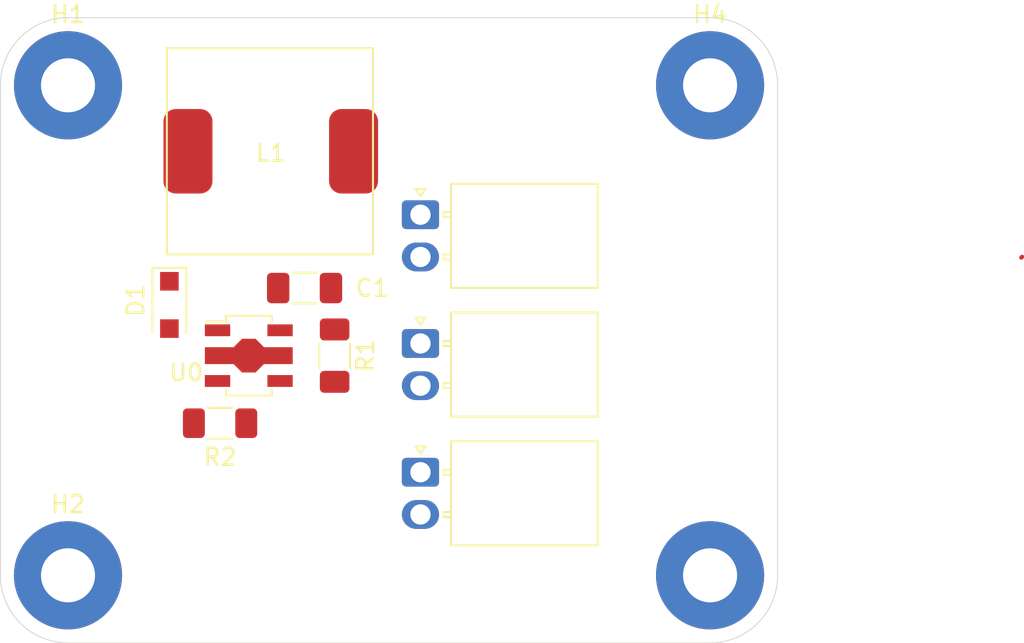
<source format=kicad_pcb>
(kicad_pcb (version 20211014) (generator pcbnew)
  (layers (0 "F.Cu" signal) (31 "B.Cu" power) (34 "B.Paste" user) (35 "F.Paste" user) (36 "B.SilkS" user "B.Silkscreen") (37 "F.SilkS" user "F.Silkscreen") (38 "B.Mask" user) (39 "F.Mask" user) (44 "Edge.Cuts" user))
  (net 0 "")
  (net 1 "+5V")
  (net 2 "GND")
  (net 3 "Net-(D1-Pad2)")
  (net 4 "Net-(J3-Pad1)")
  (net 5 "Net-(J3-Pad2)")
  (net 6 "Net-(J2-Pad1)")
  (footprint "Diode_SMD:D_SOD-123F" (layer "F.Cu") (at 135 79 -90)
    (fp_text reference "D1" (at -0.275 2 90) (layer "F.SilkS"))
    (fp_text value "D_Schottky" hide)
    (fp_line (start -2.2 -1) (end 1.65 -1) (layer "F.SilkS") (width 0.12))
    (fp_line (start -2.2 1) (end 1.65 1) (layer "F.SilkS") (width 0.12))
    (fp_line (start -2.2 -1) (end -2.2 1) (layer "F.SilkS") (width 0.12))
    (pad "1" smd rect (at -1.4 0 270) (size 1.1 1.1) (layers "F.Cu" "F.Paste" "F.Mask") (net 1 "+5V"))
    (pad "2" smd rect (at 1.4 0 270) (size 1.1 1.1) (layers "F.Cu" "F.Paste" "F.Mask") (net 3 "Net-(D1-Pad2)"))
  )
  (footprint "Capacitor_SMD:C_1206_3216Metric_Pad1.33x1.80mm_HandSolder" (layer "F.Cu") (at 143 78 180)
    (fp_text reference "C1" (at -4 0) (layer "F.SilkS"))
    (fp_text value "10uF" hide)
    (fp_line (start -0.711252 0.91) (end 0.711252 0.91) (layer "F.SilkS") (width 0.12))
    (fp_line (start -0.711252 -0.91) (end 0.711252 -0.91) (layer "F.SilkS") (width 0.12))
    (pad "1" smd roundrect (at -1.5625 0 180) (size 1.325 1.8) (layers "F.Cu" "F.Paste" "F.Mask") (roundrect_rratio 0.188679) (net 1 "+5V"))
    (pad "2" smd roundrect (at 1.5625 0 180) (size 1.325 1.8) (layers "F.Cu" "F.Paste" "F.Mask") (roundrect_rratio 0.188679) (net 2 "GND"))
  )
  (footprint "MountingHole:MountingHole_3.2mm_M3_Pad" (layer "F.Cu") (at 129 95)
    (fp_text reference "H2" (at 0 -4.2) (layer "F.SilkS"))
    (fp_text value "MountingHole_Pad" hide)
    (pad "1" thru_hole circle locked (at 0 0) (size 6.4 6.4) (drill 3.2) (layers *.Cu *.Mask) (net 2 "GND"))
  )
  (footprint "Connector_Molex:Molex_Nano-Fit_105313-xx02_1x02_P2.50mm_Horizontal" (layer "F.Cu") (at 149.86 81.28)
    (fp_text reference "J3" hide)
    (fp_text value "LASER")
    (fp_line (start 1.81 -0.15) (end 1.36 -0.15) (layer "F.SilkS") (width 0.12))
    (fp_line (start 10.49 -1.83) (end 1.81 -1.83) (layer "F.SilkS") (width 0.12))
    (fp_line (start 1.36 0.15) (end 1.81 0.15) (layer "F.SilkS") (width 0.12))
    (fp_line (start 1.81 4.33) (end 10.49 4.33) (layer "F.SilkS") (width 0.12))
    (fp_line (start 1.81 0.15) (end 1.81 -0.15) (layer "F.SilkS") (width 0.12))
    (fp_line (start 1.36 -0.15) (end 1.36 0.15) (layer "F.SilkS") (width 0.12))
    (fp_line (start 0 -1.11) (end 0.3 -1.534264) (layer "F.SilkS") (width 0.12))
    (fp_line (start -0.3 -1.534264) (end 0 -1.11) (layer "F.SilkS") (width 0.12))
    (fp_line (start 0.3 -1.534264) (end -0.3 -1.534264) (layer "F.SilkS") (width 0.12))
    (fp_line (start 1.81 -1.83) (end 1.81 4.33) (layer "F.SilkS") (width 0.12))
    (fp_line (start 10.49 4.33) (end 10.49 -1.83) (layer "F.SilkS") (width 0.12))
    (fp_line (start 1.36 2.35) (end 1.36 2.65) (layer "F.SilkS") (width 0.12))
    (fp_line (start 1.81 2.35) (end 1.36 2.35) (layer "F.SilkS") (width 0.12))
    (fp_line (start 1.36 2.65) (end 1.81 2.65) (layer "F.SilkS") (width 0.12))
    (fp_line (start 1.81 2.65) (end 1.81 2.35) (layer "F.SilkS") (width 0.12))
    (pad "" np_thru_hole circle (at 7.18 0) (size 1.7 1.7) (drill 1.7) (layers *.Cu *.Mask))
    (pad "" np_thru_hole circle (at 7.18 2.5) (size 1.7 1.7) (drill 1.7) (layers *.Cu *.Mask))
    (pad "1" thru_hole roundrect (at 0 0) (size 2.2 1.7) (drill 1.2) (layers *.Cu *.Mask) (roundrect_rratio 0.147059) (net 4 "Net-(J3-Pad1)"))
    (pad "2" thru_hole oval (at 0 2.5) (size 2.2 1.7) (drill 1.2) (layers *.Cu *.Mask) (net 5 "Net-(J3-Pad2)"))
  )
  (footprint "Resistor_SMD:R_1206_3216Metric_Pad1.30x1.75mm_HandSolder" (layer "F.Cu") (at 144.78 82 -90)
    (fp_text reference "R1" (at 0 -1.82 90) (layer "F.SilkS"))
    (fp_text value "1.4R" hide)
    (fp_line (start -0.727064 -0.91) (end 0.727064 -0.91) (layer "F.SilkS") (width 0.12))
    (fp_line (start -0.727064 0.91) (end 0.727064 0.91) (layer "F.SilkS") (width 0.12))
    (pad "1" smd roundrect (at -1.55 0 270) (size 1.3 1.75) (layers "F.Cu" "F.Paste" "F.Mask") (roundrect_rratio 0.192308) (net 1 "+5V"))
    (pad "2" smd roundrect (at 1.55 0 270) (size 1.3 1.75) (layers "F.Cu" "F.Paste" "F.Mask") (roundrect_rratio 0.192308) (net 5 "Net-(J3-Pad2)"))
  )
  (footprint "Custom:4800S" (layer "F.Cu") (at 147.05 76.005)
    (fp_text reference "L1" (at -6.05 -6.005 unlocked) (layer "F.SilkS"))
    (fp_text value "33uH" hide)
    (fp_rect (start -12.2 -12.2) (end 0 0) (layer "F.SilkS") (width 0.12) (fill none))
    (pad "1" smd roundrect (at -1.15 -6.1) (size 2.9 5) (layers "F.Cu" "F.Paste" "F.Mask") (net 4 "Net-(J3-Pad1)"))
    (pad "2" smd roundrect (at -10.95 -6.1) (size 2.9 5) (layers "F.Cu" "F.Paste" "F.Mask") (net 3 "Net-(D1-Pad2)"))
  )
  (footprint "Connector_Molex:Molex_Nano-Fit_105313-xx02_1x02_P2.50mm_Horizontal" (layer "F.Cu") (at 149.86 88.9)
    (fp_text reference "J2" hide)
    (fp_text value "CONTROL")
    (fp_line (start 1.81 2.65) (end 1.81 2.35) (layer "F.SilkS") (width 0.12))
    (fp_line (start 1.81 4.33) (end 10.49 4.33) (layer "F.SilkS") (width 0.12))
    (fp_line (start 0 -1.11) (end 0.3 -1.534264) (layer "F.SilkS") (width 0.12))
    (fp_line (start 1.36 -0.15) (end 1.36 0.15) (layer "F.SilkS") (width 0.12))
    (fp_line (start -0.3 -1.534264) (end 0 -1.11) (layer "F.SilkS") (width 0.12))
    (fp_line (start 10.49 4.33) (end 10.49 -1.83) (layer "F.SilkS") (width 0.12))
    (fp_line (start 10.49 -1.83) (end 1.81 -1.83) (layer "F.SilkS") (width 0.12))
    (fp_line (start 1.81 2.35) (end 1.36 2.35) (layer "F.SilkS") (width 0.12))
    (fp_line (start 1.36 0.15) (end 1.81 0.15) (layer "F.SilkS") (width 0.12))
    (fp_line (start 1.81 0.15) (end 1.81 -0.15) (layer "F.SilkS") (width 0.12))
    (fp_line (start 1.36 2.35) (end 1.36 2.65) (layer "F.SilkS") (width 0.12))
    (fp_line (start 1.36 2.65) (end 1.81 2.65) (layer "F.SilkS") (width 0.12))
    (fp_line (start 1.81 -1.83) (end 1.81 4.33) (layer "F.SilkS") (width 0.12))
    (fp_line (start 0.3 -1.534264) (end -0.3 -1.534264) (layer "F.SilkS") (width 0.12))
    (fp_line (start 1.81 -0.15) (end 1.36 -0.15) (layer "F.SilkS") (width 0.12))
    (pad "" np_thru_hole circle (at 7.18 2.5) (size 1.7 1.7) (drill 1.7) (layers *.Cu *.Mask))
    (pad "" np_thru_hole circle (at 7.18 0) (size 1.7 1.7) (drill 1.7) (layers *.Cu *.Mask))
    (pad "1" thru_hole roundrect (at 0 0) (size 2.2 1.7) (drill 1.2) (layers *.Cu *.Mask) (roundrect_rratio 0.147059) (net 6 "Net-(J2-Pad1)"))
    (pad "2" thru_hole oval (at 0 2.5) (size 2.2 1.7) (drill 1.2) (layers *.Cu *.Mask) (net 2 "GND"))
  )
  (footprint "Package_TO_SOT_SMD:SOT-89-5" (layer "F.Cu") (at 139.7 82)
    (fp_text reference "U0" (at -3.7 1) (layer "F.SilkS"))
    (fp_text value "AL8861Y-13" hide)
    (fp_line (start 1.36 2.36) (end -1.36 2.36) (layer "F.SilkS") (width 0.12))
    (fp_line (start -1.36 2.36) (end -1.36 2.03) (layer "F.SilkS") (width 0.12))
    (fp_line (start 1.36 2.03) (end 1.36 2.36) (layer "F.SilkS") (width 0.12))
    (fp_line (start 1.36 -2.36) (end 1.36 -2.03) (layer "F.SilkS") (width 0.12))
    (fp_line (start -2.54 -2.03) (end -1.36 -2.03) (layer "F.SilkS") (width 0.12))
    (fp_line (start -1.36 -2.36) (end 1.36 -2.36) (layer "F.SilkS") (width 0.12))
    (fp_line (start -1.36 -2.36) (end -1.36 -2.03) (layer "F.SilkS") (width 0.12))
    (pad "1" smd rect (at -1.85 -1.5) (size 1.5 0.7) (layers "F.Cu" "F.Paste" "F.Mask") (net 3 "Net-(D1-Pad2)"))
    (pad "2" smd custom (at 0 0) (size 0.8 2) (layers "F.Cu" "F.Paste" "F.Mask") (net 2 "GND") (options (clearance outline) (anchor rect)) (primitives (gr_poly (pts (xy 0.9 -0.5) (xy 2.6 -0.5) (xy 2.6 0.5) (xy 0.9 0.5) (xy 0.4 1) (xy -0.4 1) (xy -0.9 0.5) (xy -2.6 0.5) (xy -2.6 -0.5) (xy -0.9 -0.5) (xy -0.4 -1) (xy 0.4 -1)) (width 0) (fill yes))))
    (pad "3" smd rect (at -1.85 1.5) (size 1.5 0.7) (layers "F.Cu" "F.Paste" "F.Mask") (net 6 "Net-(J2-Pad1)"))
    (pad "4" smd rect (at 1.85 1.5) (size 1.5 0.7) (layers "F.Cu" "F.Paste" "F.Mask") (net 5 "Net-(J3-Pad2)"))
    (pad "5" smd rect (at 1.85 -1.5) (size 1.5 0.7) (layers "F.Cu" "F.Paste" "F.Mask") (net 1 "+5V"))
  )
  (footprint "MountingHole:MountingHole_3.2mm_M3_Pad" (layer "F.Cu") (at 167 95)
    (fp_text reference "H3" hide)
    (fp_text value "MountingHole_Pad" hide)
    (pad "1" thru_hole circle (at 0 0) (size 6.4 6.4) (drill 3.2) (layers *.Cu *.Mask) (net 2 "GND"))
  )
  (footprint "Resistor_SMD:R_1206_3216Metric_Pad1.30x1.75mm_HandSolder" (layer "F.Cu") (at 138 86)
    (fp_text reference "R2" (at 0 2) (layer "F.SilkS"))
    (fp_text value "10K" hide)
    (fp_line (start -0.727064 0.91) (end 0.727064 0.91) (layer "F.SilkS") (width 0.12))
    (fp_line (start -0.727064 -0.91) (end 0.727064 -0.91) (layer "F.SilkS") (width 0.12))
    (pad "1" smd roundrect (at -1.55 0) (size 1.3 1.75) (layers "F.Cu" "F.Paste" "F.Mask") (roundrect_rratio 0.192308) (net 6 "Net-(J2-Pad1)"))
    (pad "2" smd roundrect (at 1.55 0) (size 1.3 1.75) (layers "F.Cu" "F.Paste" "F.Mask") (roundrect_rratio 0.192308) (net 2 "GND"))
  )
  (footprint "MountingHole:MountingHole_3.2mm_M3_Pad" (layer "F.Cu") (at 167 66)
    (fp_text reference "H4" (at 0 -4.2) (layer "F.SilkS"))
    (fp_text value "MountingHole_Pad" hide)
    (pad "1" thru_hole circle (at 0 0) (size 6.4 6.4) (drill 3.2) (layers *.Cu *.Mask) (net 2 "GND"))
  )
  (footprint "MountingHole:MountingHole_3.2mm_M3_Pad" (layer "F.Cu") (at 129 66)
    (fp_text reference "H1" (at 0 -4.2) (layer "F.SilkS"))
    (fp_text value "MountingHole_Pad" hide)
    (pad "1" thru_hole circle (at 0 0) (size 6.4 6.4) (drill 3.2) (layers *.Cu *.Mask) (net 2 "GND"))
  )
  (footprint "Connector_Molex:Molex_Nano-Fit_105313-xx02_1x02_P2.50mm_Horizontal" (layer "F.Cu") (at 149.86 73.66)
    (fp_text reference "J1" hide)
    (fp_text value "POWER")
    (fp_line (start 1.81 2.65) (end 1.81 2.35) (layer "F.SilkS") (width 0.12))
    (fp_line (start 1.36 0.15) (end 1.81 0.15) (layer "F.SilkS") (width 0.12))
    (fp_line (start 1.81 4.33) (end 10.49 4.33) (layer "F.SilkS") (width 0.12))
    (fp_line (start 10.49 -1.83) (end 1.81 -1.83) (layer "F.SilkS") (width 0.12))
    (fp_line (start 1.81 0.15) (end 1.81 -0.15) (layer "F.SilkS") (width 0.12))
    (fp_line (start 10.49 4.33) (end 10.49 -1.83) (layer "F.SilkS") (width 0.12))
    (fp_line (start 1.36 -0.15) (end 1.36 0.15) (layer "F.SilkS") (width 0.12))
    (fp_line (start 1.81 2.35) (end 1.36 2.35) (layer "F.SilkS") (width 0.12))
    (fp_line (start 0 -1.11) (end 0.3 -1.534264) (layer "F.SilkS") (width 0.12))
    (fp_line (start 1.81 -0.15) (end 1.36 -0.15) (layer "F.SilkS") (width 0.12))
    (fp_line (start 1.36 2.65) (end 1.81 2.65) (layer "F.SilkS") (width 0.12))
    (fp_line (start -0.3 -1.534264) (end 0 -1.11) (layer "F.SilkS") (width 0.12))
    (fp_line (start 1.36 2.35) (end 1.36 2.65) (layer "F.SilkS") (width 0.12))
    (fp_line (start 0.3 -1.534264) (end -0.3 -1.534264) (layer "F.SilkS") (width 0.12))
    (fp_line (start 1.81 -1.83) (end 1.81 4.33) (layer "F.SilkS") (width 0.12))
    (pad "" np_thru_hole circle (at 7.18 2.5) (size 1.7 1.7) (drill 1.7) (layers *.Cu *.Mask))
    (pad "" np_thru_hole circle (at 7.18 0) (size 1.7 1.7) (drill 1.7) (layers *.Cu *.Mask))
    (pad "1" thru_hole roundrect (at 0 0) (size 2.2 1.7) (drill 1.2) (layers *.Cu *.Mask) (roundrect_rratio 0.147059) (net 1 "+5V"))
    (pad "2" thru_hole oval (at 0 2.5) (size 2.2 1.7) (drill 1.2) (layers *.Cu *.Mask) (net 2 "GND"))
  )
  (gr_line (start 125 66) (end 125 95) (layer "Edge.Cuts") (width 0.05))
  (gr_line (start 167 62) (end 129 62) (layer "Edge.Cuts") (width 0.05))
  (gr_arc (start 129 99) (mid 126.171573 97.828427) (end 125 95) (layer "Edge.Cuts") (width 0.05))
  (gr_arc (start 125 66) (mid 126.171573 63.171573) (end 129 62) (layer "Edge.Cuts") (width 0.05))
  (gr_arc (start 171 95) (mid 169.828427 97.828427) (end 167 99) (layer "Edge.Cuts") (width 0.05))
  (gr_arc (start 167 62) (mid 169.828427 63.171573) (end 171 66) (layer "Edge.Cuts") (width 0.05))
  (gr_line (start 171 95) (end 171 66) (layer "Edge.Cuts") (width 0.05))
  (gr_line (start 129 99) (end 167 99) (layer "Edge.Cuts") (width 0.05))
  (segment (start 185.42 76.2) (end 185.467449 76.152551) (width 0.25) (layer "F.Cu") (net 0))
)
</source>
